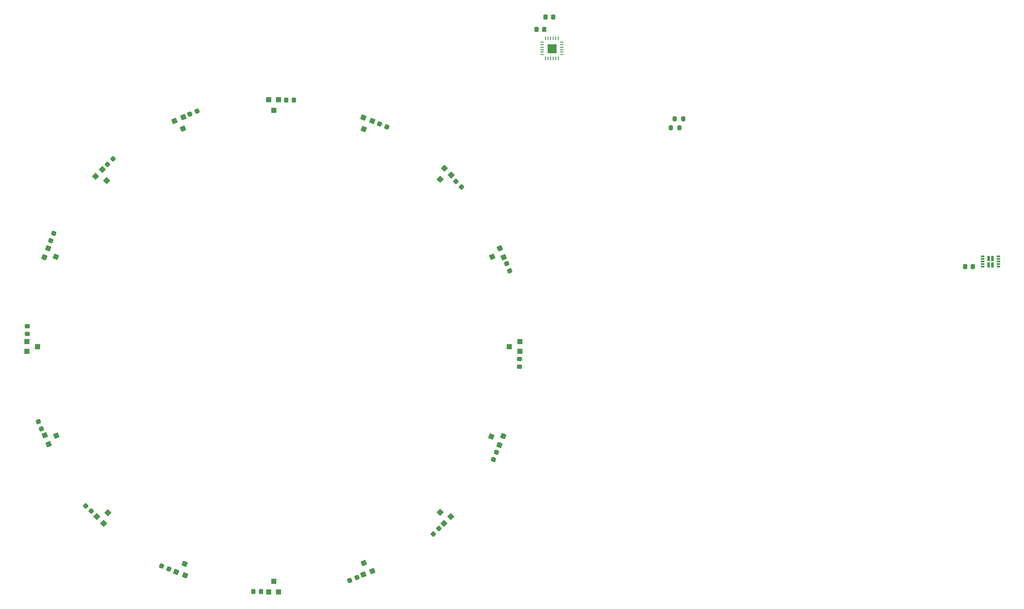
<source format=gtp>
G04 #@! TF.GenerationSoftware,KiCad,Pcbnew,(6.0.2)*
G04 #@! TF.CreationDate,2023-03-16T16:07:34-07:00*
G04 #@! TF.ProjectId,hall-censor-and-cap-touch-prototype,68616c6c-2d63-4656-9e73-6f722d616e64,rev?*
G04 #@! TF.SameCoordinates,Original*
G04 #@! TF.FileFunction,Paste,Top*
G04 #@! TF.FilePolarity,Positive*
%FSLAX46Y46*%
G04 Gerber Fmt 4.6, Leading zero omitted, Abs format (unit mm)*
G04 Created by KiCad (PCBNEW (6.0.2)) date 2023-03-16 16:07:34*
%MOMM*%
%LPD*%
G01*
G04 APERTURE LIST*
G04 Aperture macros list*
%AMRoundRect*
0 Rectangle with rounded corners*
0 $1 Rounding radius*
0 $2 $3 $4 $5 $6 $7 $8 $9 X,Y pos of 4 corners*
0 Add a 4 corners polygon primitive as box body*
4,1,4,$2,$3,$4,$5,$6,$7,$8,$9,$2,$3,0*
0 Add four circle primitives for the rounded corners*
1,1,$1+$1,$2,$3*
1,1,$1+$1,$4,$5*
1,1,$1+$1,$6,$7*
1,1,$1+$1,$8,$9*
0 Add four rect primitives between the rounded corners*
20,1,$1+$1,$2,$3,$4,$5,0*
20,1,$1+$1,$4,$5,$6,$7,0*
20,1,$1+$1,$6,$7,$8,$9,0*
20,1,$1+$1,$8,$9,$2,$3,0*%
%AMRotRect*
0 Rectangle, with rotation*
0 The origin of the aperture is its center*
0 $1 length*
0 $2 width*
0 $3 Rotation angle, in degrees counterclockwise*
0 Add horizontal line*
21,1,$1,$2,0,0,$3*%
G04 Aperture macros list end*
%ADD10C,0.010000*%
%ADD11RoundRect,0.225000X0.017678X-0.335876X0.335876X-0.017678X-0.017678X0.335876X-0.335876X0.017678X0*%
%ADD12RotRect,1.000000X1.000000X135.000000*%
%ADD13RoundRect,0.225000X0.250000X-0.225000X0.250000X0.225000X-0.250000X0.225000X-0.250000X-0.225000X0*%
%ADD14RotRect,1.000000X1.000000X157.500000*%
%ADD15RoundRect,0.225000X0.225000X0.250000X-0.225000X0.250000X-0.225000X-0.250000X0.225000X-0.250000X0*%
%ADD16RoundRect,0.225000X-0.303544X-0.144866X0.112202X-0.317074X0.303544X0.144866X-0.112202X0.317074X0*%
%ADD17RoundRect,0.225000X0.144866X-0.303544X0.317074X0.112202X-0.144866X0.303544X-0.317074X-0.112202X0*%
%ADD18RotRect,1.000000X1.000000X22.500000*%
%ADD19R,1.000000X1.000000*%
%ADD20RoundRect,0.225000X-0.250000X0.225000X-0.250000X-0.225000X0.250000X-0.225000X0.250000X0.225000X0*%
%ADD21RoundRect,0.200000X0.200000X0.275000X-0.200000X0.275000X-0.200000X-0.275000X0.200000X-0.275000X0*%
%ADD22RotRect,1.000000X1.000000X112.500000*%
%ADD23RoundRect,0.225000X-0.335876X-0.017678X-0.017678X-0.335876X0.335876X0.017678X0.017678X0.335876X0*%
%ADD24RoundRect,0.225000X-0.017678X0.335876X-0.335876X0.017678X0.017678X-0.335876X0.335876X-0.017678X0*%
%ADD25RoundRect,0.225000X0.112202X0.317074X-0.303544X0.144866X-0.112202X-0.317074X0.303544X-0.144866X0*%
%ADD26RoundRect,0.225000X-0.144866X0.303544X-0.317074X-0.112202X0.144866X-0.303544X0.317074X0.112202X0*%
%ADD27RoundRect,0.200000X-0.200000X-0.275000X0.200000X-0.275000X0.200000X0.275000X-0.200000X0.275000X0*%
%ADD28RotRect,1.000000X1.000000X247.500000*%
%ADD29RotRect,1.000000X1.000000X45.000000*%
%ADD30RoundRect,0.225000X0.317074X-0.112202X0.144866X0.303544X-0.317074X0.112202X-0.144866X-0.303544X0*%
%ADD31R,0.790000X0.270000*%
%ADD32R,0.270000X0.790000*%
%ADD33RotRect,1.000000X1.000000X225.000000*%
%ADD34RotRect,1.000000X1.000000X202.500000*%
%ADD35RotRect,1.000000X1.000000X315.000000*%
%ADD36RoundRect,0.225000X-0.225000X-0.250000X0.225000X-0.250000X0.225000X0.250000X-0.225000X0.250000X0*%
%ADD37RotRect,1.000000X1.000000X337.500000*%
%ADD38RoundRect,0.225000X0.335876X0.017678X0.017678X0.335876X-0.335876X-0.017678X-0.017678X-0.335876X0*%
%ADD39RoundRect,0.225000X-0.112202X-0.317074X0.303544X-0.144866X0.112202X0.317074X-0.303544X0.144866X0*%
%ADD40RotRect,1.000000X1.000000X292.500000*%
%ADD41RoundRect,0.225000X0.303544X0.144866X-0.112202X0.317074X-0.303544X-0.144866X0.112202X-0.317074X0*%
%ADD42RotRect,1.000000X1.000000X67.500000*%
%ADD43R,0.650000X0.300000*%
%ADD44R,0.600000X1.050000*%
%ADD45RoundRect,0.225000X-0.317074X0.112202X-0.144866X-0.303544X0.317074X-0.112202X0.144866X0.303544X0*%
G04 APERTURE END LIST*
D10*
X196396500Y-135146500D02*
X198103500Y-135146500D01*
X198103500Y-135146500D02*
X198103500Y-136853500D01*
X198103500Y-136853500D02*
X196396500Y-136853500D01*
X196396500Y-136853500D02*
X196396500Y-135146500D01*
G36*
X198103500Y-136853500D02*
G01*
X196396500Y-136853500D01*
X196396500Y-135146500D01*
X198103500Y-135146500D01*
X198103500Y-136853500D01*
G37*
X198103500Y-136853500D02*
X196396500Y-136853500D01*
X196396500Y-135146500D01*
X198103500Y-135146500D01*
X198103500Y-136853500D01*
D11*
X173765544Y-232531560D03*
X174861560Y-231435544D03*
D12*
X177256676Y-161206827D03*
X175913173Y-159863324D03*
X175100000Y-162020000D03*
D13*
X190850000Y-199295000D03*
X190850000Y-197745000D03*
D14*
X161595510Y-150447469D03*
X159840139Y-149720370D03*
X159914189Y-152024067D03*
D15*
X195775000Y-132250000D03*
X194225000Y-132250000D03*
D16*
X119766168Y-238862786D03*
X121198182Y-239455946D03*
D17*
X185696896Y-217761958D03*
X186290056Y-216329944D03*
D18*
X159874132Y-240603623D03*
X161629503Y-239876524D03*
X159948182Y-238299926D03*
D15*
X197525000Y-129750000D03*
X195975000Y-129750000D03*
D19*
X142975000Y-146220000D03*
X141075000Y-146220000D03*
X142025000Y-148320000D03*
D20*
X93100000Y-191245000D03*
X93100000Y-192795000D03*
D19*
X190900000Y-196220000D03*
X190900000Y-194320000D03*
X188800000Y-195270000D03*
D21*
X223325000Y-150000000D03*
X221675000Y-150000000D03*
D22*
X187683623Y-177495868D03*
X186956524Y-175740497D03*
X185379926Y-177421818D03*
D23*
X104753984Y-226923984D03*
X105850000Y-228020000D03*
D24*
X110148008Y-157971992D03*
X109051992Y-159068008D03*
D25*
X126816007Y-148473420D03*
X125383993Y-149066580D03*
D26*
X98396580Y-172803993D03*
X97803420Y-174236007D03*
D27*
X220925000Y-151750000D03*
X222575000Y-151750000D03*
D28*
X97243476Y-175740497D03*
X96516377Y-177495868D03*
X98820074Y-177421818D03*
D29*
X175884263Y-230397766D03*
X177227766Y-229054263D03*
X175071090Y-228241090D03*
D19*
X93050000Y-194320000D03*
X93050000Y-196220000D03*
X95150000Y-195270000D03*
D30*
X188303420Y-178803993D03*
X188896580Y-180236007D03*
D31*
X195280000Y-134750000D03*
X195280000Y-135250000D03*
X195280000Y-135750000D03*
X195280000Y-136250000D03*
X195280000Y-136750000D03*
X195280000Y-137250000D03*
D32*
X196000000Y-137970000D03*
X196500000Y-137970000D03*
X197000000Y-137970000D03*
X197500000Y-137970000D03*
X198000000Y-137970000D03*
X198500000Y-137970000D03*
D31*
X199220000Y-137250000D03*
X199220000Y-136750000D03*
X199220000Y-136250000D03*
X199220000Y-135750000D03*
X199220000Y-135250000D03*
X199220000Y-134750000D03*
D32*
X198500000Y-134030000D03*
X198000000Y-134030000D03*
X197500000Y-134030000D03*
X197000000Y-134030000D03*
X196500000Y-134030000D03*
X196000000Y-134030000D03*
D33*
X108029289Y-160105786D03*
X106685786Y-161449289D03*
X108842462Y-162262462D03*
D34*
X124075868Y-149686377D03*
X122320497Y-150413476D03*
X124001818Y-151990074D03*
D19*
X141075000Y-244070000D03*
X142975000Y-244070000D03*
X142025000Y-241970000D03*
D35*
X106935786Y-229090711D03*
X108279289Y-230434214D03*
X109092462Y-228277538D03*
D15*
X146050000Y-146270000D03*
X144500000Y-146270000D03*
D36*
X138000000Y-244020000D03*
X139550000Y-244020000D03*
D37*
X122668679Y-240062470D03*
X124424050Y-240789569D03*
X124350000Y-238485872D03*
D15*
X279300000Y-179385000D03*
X280850000Y-179385000D03*
D38*
X179342462Y-163527538D03*
X178246446Y-162431522D03*
D39*
X157133993Y-241816580D03*
X158566007Y-241223420D03*
D40*
X96614559Y-212945950D03*
X97341658Y-214701321D03*
X98918256Y-213020000D03*
D41*
X164532014Y-151600573D03*
X163100000Y-151007413D03*
D42*
X186850000Y-214825454D03*
X187577099Y-213070083D03*
X185273402Y-213144133D03*
D43*
X285875000Y-177385000D03*
X285875000Y-177885000D03*
X285875000Y-178385000D03*
X285875000Y-178885000D03*
X285875000Y-179385000D03*
X282775000Y-179385000D03*
X282775000Y-178885000D03*
X282775000Y-178385000D03*
X282775000Y-177885000D03*
X282775000Y-177385000D03*
D44*
X284712500Y-177765000D03*
X284712500Y-179005000D03*
X283937500Y-177765000D03*
X283937500Y-179005000D03*
D45*
X95355022Y-210239804D03*
X95948182Y-211671818D03*
M02*

</source>
